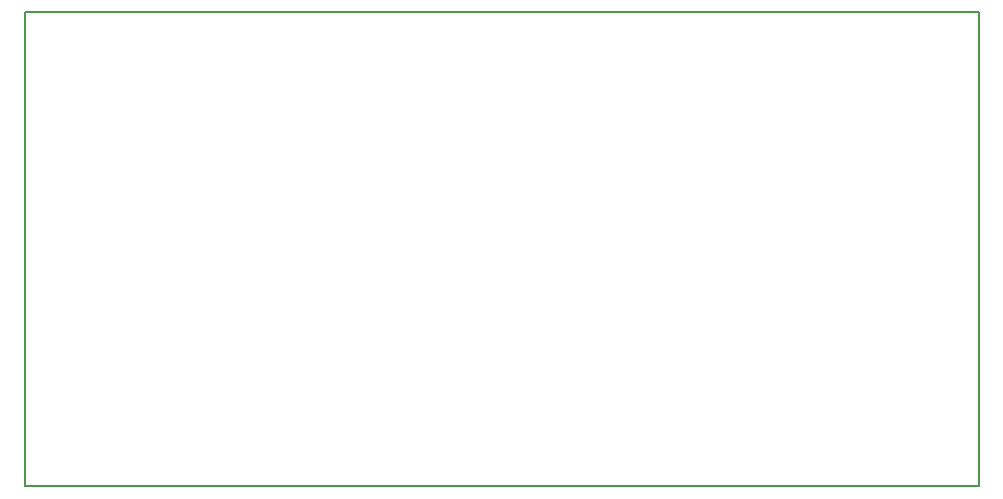
<source format=gbr>
%TF.GenerationSoftware,KiCad,Pcbnew,no-vcs-found-7571~57~ubuntu16.04.1*%
%TF.CreationDate,2017-02-02T21:17:22+01:00*%
%TF.ProjectId,UNIPOWER04A,554E49504F5745523034412E6B696361,rev?*%
%TF.FileFunction,Profile,NP*%
%FSLAX46Y46*%
G04 Gerber Fmt 4.6, Leading zero omitted, Abs format (unit mm)*
G04 Created by KiCad (PCBNEW no-vcs-found-7571~57~ubuntu16.04.1) date Thu Feb  2 21:17:22 2017*
%MOMM*%
%LPD*%
G01*
G04 APERTURE LIST*
%ADD10C,0.350000*%
%ADD11C,0.150000*%
G04 APERTURE END LIST*
D10*
D11*
X81026000Y254000D02*
X81026000Y40386000D01*
X254000Y254000D02*
X254000Y40386000D01*
X254000Y40386000D02*
X81026000Y40386000D01*
X254000Y254000D02*
X81026000Y254000D01*
M02*

</source>
